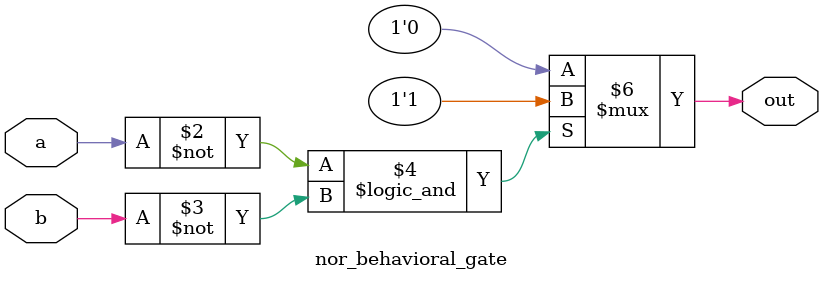
<source format=v>
module nor_behavioral_gate (a, b, out); 
	
	input a, b;

	output out;
	reg out;
	
	always @ (a or b)
	begin
		if(a == 1'b0 && b == 1'b0)
		begin
			out <= 1'b1;
		end
		else
		begin
			out <= 1'b0;
		end
	end

endmodule
</source>
